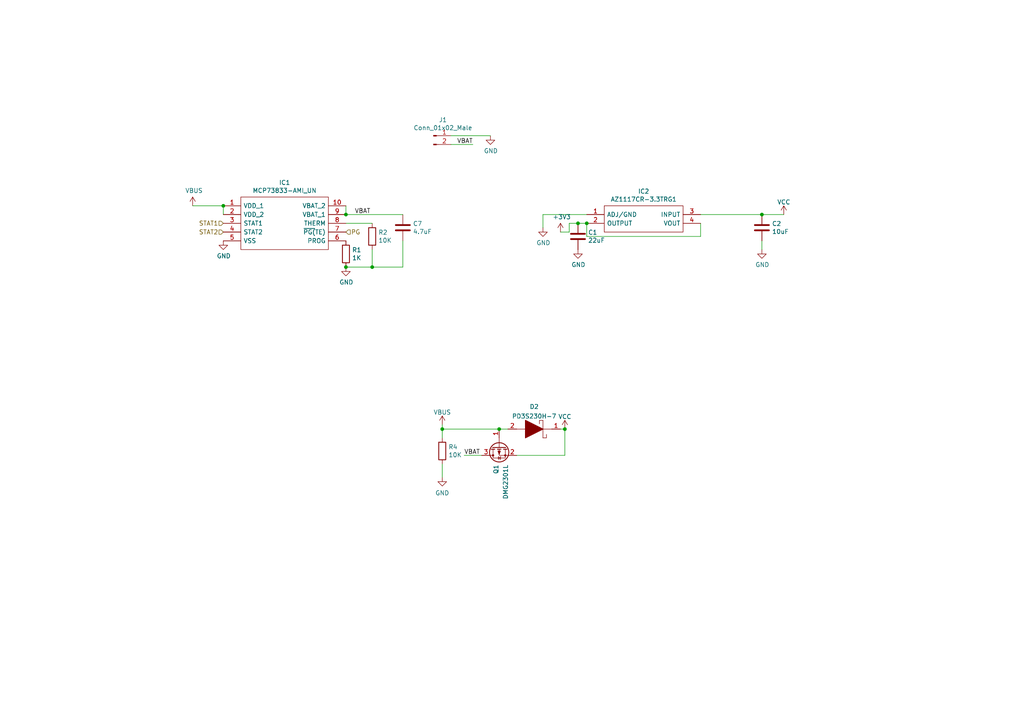
<source format=kicad_sch>
(kicad_sch (version 20211123) (generator eeschema)
  (paper "A4")
  (lib_symbols
    (symbol "Connector:Conn_01x02_Male" (pin_names (offset 1.016) hide)
      (property "Reference" "J" (at 0 2.54 0))
      (property "Value" "Conn_01x02_Male" (at 0 -5.08 0))
      (symbol "Conn_01x02_Male_1_1"
        (polyline (pts (xy 1.27 -2.54) (xy 0.8636 -2.54)) (stroke (width 0.1524)))
        (polyline (pts (xy 1.27 0) (xy 0.8636 0)) (stroke (width 0.1524)))
        (rectangle (start 0.8636 -2.413) (end 0 -2.667) (stroke (width 0.1524)) (fill (type outline)))
        (rectangle (start 0.8636 0.127) (end 0 -0.127) (stroke (width 0.1524)) (fill (type outline)))
        (pin passive line (at 5.08 0 180) (length 3.81) (name "Pin_1") (number "1"))
        (pin passive line (at 5.08 -2.54 180) (length 3.81) (name "Pin_2") (number "2"))
      )
    )
    (symbol "Device:C" (pin_numbers hide) (pin_names (offset 0.254))
      (property "Reference" "C" (at 0.635 2.54 0))
      (property "Value" "C" (at 0.635 -2.54 0))
      (symbol "C_0_1"
        (polyline (pts (xy -2.032 -0.762) (xy 2.032 -0.762)) (stroke (width 0.508)))
        (polyline (pts (xy -2.032 0.762) (xy 2.032 0.762)) (stroke (width 0.508)))
      )
      (symbol "C_1_1"
        (pin passive line (at 0 3.81 270) (length 2.794) (name "~") (number "1"))
        (pin passive line (at 0 -3.81 90) (length 2.794) (name "~") (number "2"))
      )
    )
    (symbol "Device:R" (pin_numbers hide) (pin_names (offset 0))
      (property "Reference" "R" (at 2.032 0 90))
      (property "Value" "R" (at 0 0 90))
      (symbol "R_0_1"
        (rectangle (start -1.016 -2.54) (end 1.016 2.54) (stroke (width 0.254)))
      )
      (symbol "R_1_1"
        (pin passive line (at 0 3.81 270) (length 1.27) (name "~") (number "1"))
        (pin passive line (at 0 -3.81 90) (length 1.27) (name "~") (number "2"))
      )
    )
    (symbol "SamacSys_Parts:AZ1117CR-3.3TRG1" (pin_names (offset 0.762))
      (property "Reference" "IC" (at 29.21 7.62 0))
      (property "Value" "AZ1117CR-3.3TRG1" (at 29.21 5.08 0))
      (symbol "AZ1117CR-3.3TRG1_0_0"
        (pin passive line (at 0 0 0) (length 5.08) (name "ADJ/GND") (number "1"))
        (pin passive line (at 0 -2.54 0) (length 5.08) (name "OUTPUT") (number "2"))
        (pin passive line (at 33.02 0 180) (length 5.08) (name "INPUT") (number "3"))
        (pin passive line (at 33.02 -2.54 180) (length 5.08) (name "VOUT") (number "4"))
      )
      (symbol "AZ1117CR-3.3TRG1_0_1"
        (polyline (pts (xy 5.08 2.54) (xy 27.94 2.54) (xy 27.94 -5.08) (xy 5.08 -5.08) (xy 5.08 2.54)) (stroke (width 0.1524)))
      )
    )
    (symbol "SamacSys_Parts:MCP73833-AMI_UN" (pin_names (offset 0.762))
      (property "Reference" "IC" (at 31.75 7.62 0))
      (property "Value" "MCP73833-AMI_UN" (at 31.75 5.08 0))
      (symbol "MCP73833-AMI_UN_0_0"
        (pin passive line (at 0 0 0) (length 5.08) (name "VDD_1") (number "1"))
        (pin passive line (at 35.56 0 180) (length 5.08) (name "VBAT_2") (number "10"))
        (pin passive line (at 0 -2.54 0) (length 5.08) (name "VDD_2") (number "2"))
        (pin passive line (at 0 -5.08 0) (length 5.08) (name "STAT1") (number "3"))
        (pin passive line (at 0 -7.62 0) (length 5.08) (name "STAT2") (number "4"))
        (pin passive line (at 0 -10.16 0) (length 5.08) (name "VSS") (number "5"))
        (pin passive line (at 35.56 -10.16 180) (length 5.08) (name "PROG") (number "6"))
        (pin passive line (at 35.56 -7.62 180) (length 5.08) (name "~{PG(}TE)") (number "7"))
        (pin passive line (at 35.56 -5.08 180) (length 5.08) (name "THERM") (number "8"))
        (pin passive line (at 35.56 -2.54 180) (length 5.08) (name "VBAT_1") (number "9"))
      )
      (symbol "MCP73833-AMI_UN_0_1"
        (polyline (pts (xy 5.08 2.54) (xy 30.48 2.54) (xy 30.48 -12.7) (xy 5.08 -12.7) (xy 5.08 2.54)) (stroke (width 0.1524)))
      )
    )
    (symbol "SamacSys_Parts:PD3S230H-7" (pin_names (offset 0.762))
      (property "Reference" "D" (at 12.7 8.89 0))
      (property "Value" "PD3S230H-7" (at 12.7 6.35 0))
      (symbol "PD3S230H-7_0_0"
        (pin passive line (at 2.54 0 0) (length 2.54) (name "~") (number "1"))
        (pin passive line (at 17.78 0 180) (length 2.54) (name "~") (number "2"))
      )
      (symbol "PD3S230H-7_0_1"
        (polyline (pts (xy 5.08 0) (xy 7.62 0)) (stroke (width 0.1524)))
        (polyline (pts (xy 7.62 2.54) (xy 7.62 -2.54)) (stroke (width 0.1524)))
        (polyline (pts (xy 12.7 0) (xy 15.24 0)) (stroke (width 0.1524)))
        (polyline (pts (xy 7.62 -2.54) (xy 6.604 -2.54) (xy 6.604 -1.524)) (stroke (width 0.1524)))
        (polyline (pts (xy 7.62 2.54) (xy 8.636 2.54) (xy 8.636 1.524)) (stroke (width 0.1524)))
        (polyline (pts (xy 7.62 0) (xy 12.7 2.54) (xy 12.7 -2.54) (xy 7.62 0)) (stroke (width 0.254)) (fill (type outline)))
      )
    )
    (symbol "Transistor_FET:DMG2301L" (pin_names hide)
      (property "Reference" "Q" (at 5.08 1.905 0))
      (property "Value" "DMG2301L" (at 5.08 0 0))
      (symbol "DMG2301L_0_1"
        (polyline (pts (xy 0.254 0) (xy -2.54 0)))
        (polyline (pts (xy 0.254 1.905) (xy 0.254 -1.905)) (stroke (width 0.254)))
        (polyline (pts (xy 0.762 -1.27) (xy 0.762 -2.286)) (stroke (width 0.254)))
        (polyline (pts (xy 0.762 0.508) (xy 0.762 -0.508)) (stroke (width 0.254)))
        (polyline (pts (xy 0.762 2.286) (xy 0.762 1.27)) (stroke (width 0.254)))
        (polyline (pts (xy 2.54 2.54) (xy 2.54 1.778)))
        (polyline (pts (xy 2.54 -2.54) (xy 2.54 0) (xy 0.762 0)))
        (polyline (pts (xy 0.762 1.778) (xy 3.302 1.778) (xy 3.302 -1.778) (xy 0.762 -1.778)))
        (polyline (pts (xy 2.286 0) (xy 1.27 0.381) (xy 1.27 -0.381) (xy 2.286 0)) (fill (type outline)))
        (polyline (pts (xy 2.794 -0.508) (xy 2.921 -0.381) (xy 3.683 -0.381) (xy 3.81 -0.254)))
        (polyline (pts (xy 3.302 -0.381) (xy 2.921 0.254) (xy 3.683 0.254) (xy 3.302 -0.381)))
        (circle (center 1.651 0) (radius 2.794) (stroke (width 0.254)))
        (circle (center 2.54 -1.778) (radius 0.254) (fill (type outline)))
        (circle (center 2.54 1.778) (radius 0.254) (fill (type outline)))
      )
      (symbol "DMG2301L_1_1"
        (pin input line (at -5.08 0 0) (length 2.54) (name "G") (number "1"))
        (pin passive line (at 2.54 -5.08 90) (length 2.54) (name "S") (number "2"))
        (pin passive line (at 2.54 5.08 270) (length 2.54) (name "D") (number "3"))
      )
    )
    (symbol "power:+3.3V" (power) (pin_names (offset 0))
      (property "Value" "+3.3V" (at 0 3.556 0))
      (symbol "+3.3V_0_1"
        (polyline (pts (xy -0.762 1.27) (xy 0 2.54)))
        (polyline (pts (xy 0 0) (xy 0 2.54)))
        (polyline (pts (xy 0 2.54) (xy 0.762 1.27)))
      )
      (symbol "+3.3V_1_1"
        (pin power_in line (at 0 0 90) (length 0) hide (name "+3V3") (number "1"))
      )
    )
    (symbol "power:GND" (power) (pin_names (offset 0))
      (property "Value" "GND" (at 0 -3.81 0))
      (symbol "GND_0_1"
        (polyline (pts (xy 0 0) (xy 0 -1.27) (xy 1.27 -1.27) (xy 0 -2.54) (xy -1.27 -1.27) (xy 0 -1.27)))
      )
      (symbol "GND_1_1"
        (pin power_in line (at 0 0 270) (length 0) hide (name "GND") (number "1"))
      )
    )
    (symbol "power:VBUS" (power) (pin_names (offset 0))
      (property "Value" "VBUS" (at 0 3.81 0))
      (symbol "VBUS_0_1"
        (polyline (pts (xy -0.762 1.27) (xy 0 2.54)))
        (polyline (pts (xy 0 0) (xy 0 2.54)))
        (polyline (pts (xy 0 2.54) (xy 0.762 1.27)))
      )
      (symbol "VBUS_1_1"
        (pin power_in line (at 0 0 90) (length 0) hide (name "VBUS") (number "1"))
      )
    )
    (symbol "power:VCC" (power) (pin_names (offset 0))
      (property "Value" "VCC" (at 0 3.81 0))
      (symbol "VCC_0_1"
        (polyline (pts (xy -0.762 1.27) (xy 0 2.54)))
        (polyline (pts (xy 0 0) (xy 0 2.54)))
        (polyline (pts (xy 0 2.54) (xy 0.762 1.27)))
      )
      (symbol "VCC_1_1"
        (pin power_in line (at 0 0 90) (length 0) hide (name "VCC") (number "1"))
      )
    )
  )
  (junction (at 107.95 77.47))
  (junction (at 163.83 124.46))
  (junction (at 100.33 62.23))
  (junction (at 170.18 64.77))
  (junction (at 128.27 124.46))
  (junction (at 100.33 77.47))
  (junction (at 167.64 64.77))
  (junction (at 220.98 62.23))
  (junction (at 144.78 124.46))
  (junction (at 64.77 59.69))
  (wire (pts (xy 128.27 124.46) (xy 128.27 127)))
  (wire (pts (xy 203.2 68.58) (xy 170.18 68.58)))
  (wire (pts (xy 170.18 64.77) (xy 167.64 64.77)))
  (wire (pts (xy 157.48 66.04) (xy 157.48 62.23)))
  (wire (pts (xy 100.33 59.69) (xy 100.33 62.23)))
  (wire (pts (xy 165.1 64.77) (xy 165.1 67.31)))
  (wire (pts (xy 100.33 64.77) (xy 107.95 64.77)))
  (wire (pts (xy 64.77 62.23) (xy 64.77 59.69)))
  (wire (pts (xy 130.81 39.37) (xy 142.24 39.37)))
  (wire (pts (xy 165.1 67.31) (xy 162.56 67.31)))
  (wire (pts (xy 167.64 64.77) (xy 165.1 64.77)))
  (wire (pts (xy 107.95 77.47) (xy 116.84 77.47)))
  (wire (pts (xy 116.84 77.47) (xy 116.84 69.85)))
  (wire (pts (xy 128.27 124.46) (xy 144.78 124.46)))
  (wire (pts (xy 220.98 69.85) (xy 220.98 72.39)))
  (wire (pts (xy 170.18 68.58) (xy 170.18 64.77)))
  (wire (pts (xy 100.33 62.23) (xy 116.84 62.23)))
  (wire (pts (xy 134.62 132.08) (xy 139.7 132.08)))
  (wire (pts (xy 130.81 41.91) (xy 137.16 41.91)))
  (wire (pts (xy 128.27 134.62) (xy 128.27 138.43)))
  (wire (pts (xy 203.2 64.77) (xy 203.2 68.58)))
  (wire (pts (xy 170.18 62.23) (xy 157.48 62.23)))
  (wire (pts (xy 64.77 59.69) (xy 55.88 59.69)))
  (wire (pts (xy 100.33 77.47) (xy 107.95 77.47)))
  (wire (pts (xy 220.98 62.23) (xy 227.33 62.23)))
  (wire (pts (xy 147.32 124.46) (xy 144.78 124.46)))
  (wire (pts (xy 107.95 77.47) (xy 107.95 72.39)))
  (wire (pts (xy 128.27 123.19) (xy 128.27 124.46)))
  (wire (pts (xy 162.56 124.46) (xy 163.83 124.46)))
  (wire (pts (xy 163.83 124.46) (xy 163.83 132.08)))
  (wire (pts (xy 203.2 62.23) (xy 220.98 62.23)))
  (wire (pts (xy 163.83 132.08) (xy 149.86 132.08)))
  (label "VBAT" (at 102.87 62.23 0))
  (label "VBAT" (at 137.16 41.91 180))
  (label "VBAT" (at 134.62 132.08 0))
  (hierarchical_label "STAT1" (shape input) (at 64.77 64.77 180))
  (hierarchical_label "STAT2" (shape input) (at 64.77 67.31 180))
  (hierarchical_label "PG" (shape input) (at 100.33 67.31 0))
  (symbol (lib_id "power:GND") (at 64.77 69.85 0) (unit 1)
    (property "Reference" "#PWR0104" (effects hide))
    (property "Value" "GND" (at 64.897 74.2442 0))
  )
  (symbol (lib_id "SamacSys_Parts:MCP73833-AMI_UN") (at 64.77 59.69 0) (unit 1)
    (property "Reference" "IC1" (at 82.55 52.959 0))
    (property "Value" "MCP73833-AMI_UN" (at 82.55 55.2704 0))
    (property "Footprint" "SOP50P490X110-10N" (effects hide))
    (property "Datasheet" "http://componentsearchengine.com/Datasheets/1/MCP73833-AMI_UN.pdf" (effects hide))
    (property "Description" "Microchip MCP73833-AMI/UN, Battery Charge Controller Lithium-Ion, Lithium-Polymer, 10-Pin MSOP" (effects hide))
    (property "Height" "1.1" (effects hide))
    (property "Manufacturer_Name" "Microchip" (effects hide))
    (property "Manufacturer_Part_Number" "MCP73833-AMI/UN" (effects hide))
    (property "Mouser Part Number" "579-MCP73833-AMI/UN" (effects hide))
    (property "Mouser Price/Stock" "https://www.mouser.co.uk/ProductDetail/Microchip-Technology/MCP73833-AMI-UN?qs=Fxu3fLyJv8fd%2FGnsUSC9lg%3D%3D" (effects hide))
    (property "Arrow Part Number" "MCP73833-AMI/UN" (effects hide))
    (property "Arrow Price/Stock" "https://www.arrow.com/en/products/mcp73833-amiun/microchip-technology?region=nac" (effects hide))
  )
  (symbol (lib_id "SamacSys_Parts:AZ1117CR-3.3TRG1") (at 170.18 62.23 0) (unit 1)
    (property "Reference" "IC2" (at 186.69 55.499 0))
    (property "Value" "AZ1117CR-3.3TRG1" (at 186.69 57.8104 0))
    (property "Footprint" "AZ1117CR33TRG1" (effects hide))
    (property "Datasheet" "https://www.diodes.com/assets/Datasheets/AZ1117C.pdf" (effects hide))
    (property "Description" "DiodesZetex AZ1117CR-3.3TRG1, LDO Regulator, 800mA, 3.3 V, +/-1%, maximum of 15 Vin 3-Pin, SOT-89" (effects hide))
    (property "Height" "2" (effects hide))
    (property "Manufacturer_Name" "Diodes Inc." (effects hide))
    (property "Manufacturer_Part_Number" "AZ1117CR-3.3TRG1" (effects hide))
    (property "Mouser Part Number" "621-AZ1117CR-3.3TRG1" (effects hide))
    (property "Mouser Price/Stock" "https://www.mouser.co.uk/ProductDetail/Diodes-Incorporated/AZ1117CR-33TRG1?qs=FKu9oBikfSlEg7waHw2tMw%3D%3D" (effects hide))
    (property "Arrow Part Number" "AZ1117CR-3.3TRG1" (effects hide))
    (property "Arrow Price/Stock" "https://www.arrow.com/en/products/az1117cr-3.3trg1/diodes-incorporated?region=nac" (effects hide))
  )
  (symbol (lib_id "power:GND") (at 157.48 66.04 0) (unit 1)
    (property "Reference" "#PWR0101" (effects hide))
    (property "Value" "GND" (at 157.607 70.4342 0))
  )
  (symbol (lib_id "Device:C") (at 220.98 66.04 0) (unit 1)
    (property "Reference" "C2" (at 223.901 64.8716 0) (effects (justify left)))
    (property "Value" "10uF" (at 223.901 67.183 0) (effects (justify left)))
    (property "Footprint" "Capacitor_SMD:C_1206_3216Metric" (effects hide))
  )
  (symbol (lib_id "power:VBUS") (at 55.88 59.69 0) (unit 1)
    (property "Reference" "#PWR0105" (effects hide))
    (property "Value" "VBUS" (at 56.261 55.2958 0))
  )
  (symbol (lib_id "Device:C") (at 167.64 68.58 0) (unit 1)
    (property "Reference" "C1" (at 170.561 67.4116 0) (effects (justify left)))
    (property "Value" "22uF" (at 170.561 69.723 0) (effects (justify left)))
    (property "Footprint" "Capacitor_SMD:C_1206_3216Metric" (effects hide))
  )
  (symbol (lib_id "power:GND") (at 167.64 72.39 0) (unit 1)
    (property "Reference" "#PWR0102" (effects hide))
    (property "Value" "GND" (at 167.767 76.7842 0))
  )
  (symbol (lib_id "Device:R") (at 100.33 73.66 0) (unit 1)
    (property "Reference" "R1" (at 102.108 72.4916 0) (effects (justify left)))
    (property "Value" "1K" (at 102.108 74.803 0) (effects (justify left)))
    (property "Footprint" "Resistor_SMD:R_0603_1608Metric" (effects hide))
  )
  (symbol (lib_id "power:GND") (at 100.33 77.47 0) (unit 1)
    (property "Reference" "#PWR0106" (effects hide))
    (property "Value" "GND" (at 100.457 81.8642 0))
  )
  (symbol (lib_id "power:GND") (at 220.98 72.39 0) (unit 1)
    (property "Reference" "#PWR0103" (effects hide))
    (property "Value" "GND" (at 221.107 76.7842 0))
  )
  (symbol (lib_id "Device:R") (at 107.95 68.58 0) (unit 1)
    (property "Reference" "R2" (at 109.728 67.4116 0) (effects (justify left)))
    (property "Value" "10K" (at 109.728 69.723 0) (effects (justify left)))
    (property "Footprint" "Resistor_SMD:R_0603_1608Metric" (effects hide))
  )
  (symbol (lib_id "Connector:Conn_01x02_Male") (at 125.73 39.37 0) (unit 1)
    (property "Reference" "J1" (at 128.4732 34.7726 0))
    (property "Value" "Conn_01x02_Male" (at 128.4732 37.084 0))
    (property "Footprint" "Connector_JST:JST_PH_B2B-PH-SM4-TB_1x02-1MP_P2.00mm_Vertical" (effects hide))
  )
  (symbol (lib_id "power:GND") (at 142.24 39.37 0) (unit 1)
    (property "Reference" "#PWR0107" (effects hide))
    (property "Value" "GND" (at 142.367 43.7642 0))
  )
  (symbol (lib_id "power:+3.3V") (at 162.56 67.31 0) (unit 1)
    (property "Reference" "#PWR0108" (effects hide))
    (property "Value" "+3.3V" (at 162.941 62.9158 0))
  )
  (symbol (lib_id "Transistor_FET:DMG2301L") (at 144.78 129.54 90) (mirror x) (unit 1)
    (property "Reference" "Q1" (at 143.8715 134.747 0) (effects (justify left)))
    (property "Value" "DMG2301L" (at 146.6466 134.747 0) (effects (justify left)))
    (property "Footprint" "Package_TO_SOT_SMD:SOT-23" (effects hide))
    (property "Datasheet" "https://www.diodes.com/assets/Datasheets/DMG2301L.pdf" (effects hide))
  )
  (symbol (lib_id "power:VCC") (at 163.83 124.46 0) (unit 1)
    (property "Reference" "#PWR0125" (effects hide))
    (property "Value" "VCC" (at 163.83 120.8555 0))
  )
  (symbol (lib_id "Device:R") (at 128.27 130.81 0) (unit 1)
    (property "Reference" "R4" (at 130.048 129.6416 0) (effects (justify left)))
    (property "Value" "10K" (at 130.048 131.953 0) (effects (justify left)))
    (property "Footprint" "Resistor_SMD:R_0603_1608Metric" (effects hide))
  )
  (symbol (lib_id "power:GND") (at 128.27 138.43 0) (unit 1)
    (property "Reference" "#PWR0124" (effects hide))
    (property "Value" "GND" (at 128.27 142.9925 0))
  )
  (symbol (lib_id "SamacSys_Parts:PD3S230H-7") (at 165.1 124.46 0) (mirror y) (unit 1)
    (property "Reference" "D2" (at 154.94 117.9535 0))
    (property "Value" "PD3S230H-7" (at 154.94 120.7286 0))
    (property "Footprint" "PD3S230H7" (effects hide))
    (property "Datasheet" "https://www.diodes.com/assets/Datasheets/ds31752.pdf" (effects hide))
    (property "Description" "Diodes Inc PD3S230H-7, SMT Schottky Diode, 30V 2A, 2-Pin PowerDI 323" (effects hide))
    (property "Height" "0.7" (effects hide))
    (property "Manufacturer_Name" "Diodes Inc." (effects hide))
    (property "Manufacturer_Part_Number" "PD3S230H-7" (effects hide))
    (property "Mouser Part Number" "621-PD3S230H-7" (effects hide))
    (property "Mouser Price/Stock" "https://www.mouser.co.uk/ProductDetail/Diodes-Incorporated/PD3S230H-7?qs=oUsD4qhOtFzahyH54InwIA%3D%3D" (effects hide))
    (property "Arrow Part Number" "PD3S230H-7" (effects hide))
    (property "Arrow Price/Stock" "https://www.arrow.com/en/products/pd3s230h-7/diodes-incorporated?region=nac" (effects hide))
  )
  (symbol (lib_id "power:VCC") (at 227.33 62.23 0) (unit 1)
    (property "Reference" "#PWR0126" (effects hide))
    (property "Value" "VCC" (at 227.33 58.6255 0))
  )
  (symbol (lib_id "Device:C") (at 116.84 66.04 0) (unit 1)
    (property "Reference" "C7" (at 119.761 64.8716 0) (effects (justify left)))
    (property "Value" "4.7uF" (at 119.761 67.183 0) (effects (justify left)))
    (property "Footprint" "Capacitor_SMD:C_1206_3216Metric" (effects hide))
  )
  (symbol (lib_id "power:VBUS") (at 128.27 123.19 0) (unit 1)
    (property "Reference" "#PWR0123" (effects hide))
    (property "Value" "VBUS" (at 128.27 119.5855 0))
  )
)
</source>
